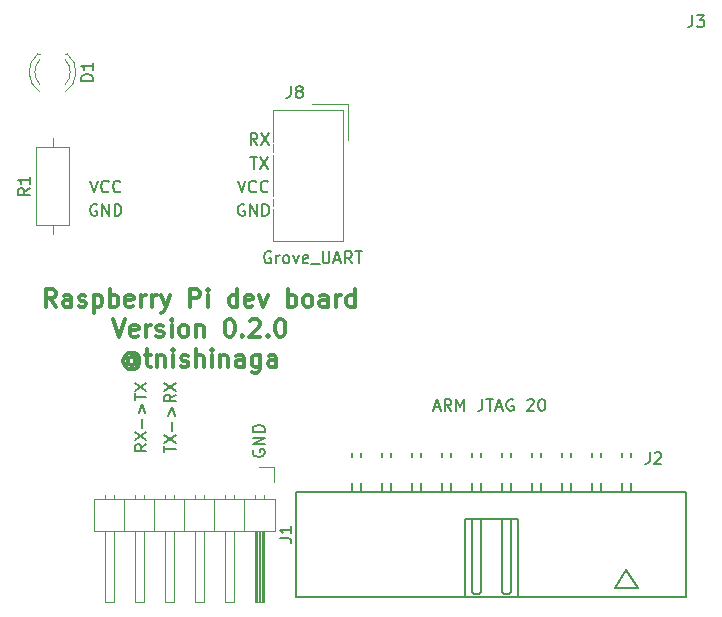
<source format=gto>
G04 #@! TF.GenerationSoftware,KiCad,Pcbnew,(5.1.8-0-10_14)*
G04 #@! TF.CreationDate,2021-07-18T19:28:35+09:00*
G04 #@! TF.ProjectId,raspi3_debug_board,72617370-6933-45f6-9465-6275675f626f,rev?*
G04 #@! TF.SameCoordinates,Original*
G04 #@! TF.FileFunction,Legend,Top*
G04 #@! TF.FilePolarity,Positive*
%FSLAX46Y46*%
G04 Gerber Fmt 4.6, Leading zero omitted, Abs format (unit mm)*
G04 Created by KiCad (PCBNEW (5.1.8-0-10_14)) date 2021-07-18 19:28:35*
%MOMM*%
%LPD*%
G01*
G04 APERTURE LIST*
%ADD10C,0.150000*%
%ADD11C,0.300000*%
%ADD12C,0.120000*%
G04 APERTURE END LIST*
D10*
X66285714Y-69166666D02*
X66761904Y-69166666D01*
X66190476Y-69452380D02*
X66523809Y-68452380D01*
X66857142Y-69452380D01*
X67761904Y-69452380D02*
X67428571Y-68976190D01*
X67190476Y-69452380D02*
X67190476Y-68452380D01*
X67571428Y-68452380D01*
X67666666Y-68500000D01*
X67714285Y-68547619D01*
X67761904Y-68642857D01*
X67761904Y-68785714D01*
X67714285Y-68880952D01*
X67666666Y-68928571D01*
X67571428Y-68976190D01*
X67190476Y-68976190D01*
X68190476Y-69452380D02*
X68190476Y-68452380D01*
X68523809Y-69166666D01*
X68857142Y-68452380D01*
X68857142Y-69452380D01*
X70380952Y-68452380D02*
X70380952Y-69166666D01*
X70333333Y-69309523D01*
X70238095Y-69404761D01*
X70095238Y-69452380D01*
X70000000Y-69452380D01*
X70714285Y-68452380D02*
X71285714Y-68452380D01*
X71000000Y-69452380D02*
X71000000Y-68452380D01*
X71571428Y-69166666D02*
X72047619Y-69166666D01*
X71476190Y-69452380D02*
X71809523Y-68452380D01*
X72142857Y-69452380D01*
X73000000Y-68500000D02*
X72904761Y-68452380D01*
X72761904Y-68452380D01*
X72619047Y-68500000D01*
X72523809Y-68595238D01*
X72476190Y-68690476D01*
X72428571Y-68880952D01*
X72428571Y-69023809D01*
X72476190Y-69214285D01*
X72523809Y-69309523D01*
X72619047Y-69404761D01*
X72761904Y-69452380D01*
X72857142Y-69452380D01*
X73000000Y-69404761D01*
X73047619Y-69357142D01*
X73047619Y-69023809D01*
X72857142Y-69023809D01*
X74190476Y-68547619D02*
X74238095Y-68500000D01*
X74333333Y-68452380D01*
X74571428Y-68452380D01*
X74666666Y-68500000D01*
X74714285Y-68547619D01*
X74761904Y-68642857D01*
X74761904Y-68738095D01*
X74714285Y-68880952D01*
X74142857Y-69452380D01*
X74761904Y-69452380D01*
X75380952Y-68452380D02*
X75476190Y-68452380D01*
X75571428Y-68500000D01*
X75619047Y-68547619D01*
X75666666Y-68642857D01*
X75714285Y-68833333D01*
X75714285Y-69071428D01*
X75666666Y-69261904D01*
X75619047Y-69357142D01*
X75571428Y-69404761D01*
X75476190Y-69452380D01*
X75380952Y-69452380D01*
X75285714Y-69404761D01*
X75238095Y-69357142D01*
X75190476Y-69261904D01*
X75142857Y-69071428D01*
X75142857Y-68833333D01*
X75190476Y-68642857D01*
X75238095Y-68547619D01*
X75285714Y-68500000D01*
X75380952Y-68452380D01*
X41952380Y-72261904D02*
X41476190Y-72595238D01*
X41952380Y-72833333D02*
X40952380Y-72833333D01*
X40952380Y-72452380D01*
X41000000Y-72357142D01*
X41047619Y-72309523D01*
X41142857Y-72261904D01*
X41285714Y-72261904D01*
X41380952Y-72309523D01*
X41428571Y-72357142D01*
X41476190Y-72452380D01*
X41476190Y-72833333D01*
X40952380Y-71928571D02*
X41952380Y-71261904D01*
X40952380Y-71261904D02*
X41952380Y-71928571D01*
X41571428Y-70880952D02*
X41571428Y-70119047D01*
X41285714Y-69642857D02*
X41571428Y-68880952D01*
X41857142Y-69642857D01*
X40952380Y-68547619D02*
X40952380Y-67976190D01*
X41952380Y-68261904D02*
X40952380Y-68261904D01*
X40952380Y-67738095D02*
X41952380Y-67071428D01*
X40952380Y-67071428D02*
X41952380Y-67738095D01*
X43452380Y-72976190D02*
X43452380Y-72404761D01*
X44452380Y-72690476D02*
X43452380Y-72690476D01*
X43452380Y-72166666D02*
X44452380Y-71500000D01*
X43452380Y-71500000D02*
X44452380Y-72166666D01*
X44071428Y-71119047D02*
X44071428Y-70357142D01*
X43785714Y-69880952D02*
X44071428Y-69119047D01*
X44357142Y-69880952D01*
X44452380Y-68071428D02*
X43976190Y-68404761D01*
X44452380Y-68642857D02*
X43452380Y-68642857D01*
X43452380Y-68261904D01*
X43500000Y-68166666D01*
X43547619Y-68119047D01*
X43642857Y-68071428D01*
X43785714Y-68071428D01*
X43880952Y-68119047D01*
X43928571Y-68166666D01*
X43976190Y-68261904D01*
X43976190Y-68642857D01*
X43452380Y-67738095D02*
X44452380Y-67071428D01*
X43452380Y-67071428D02*
X44452380Y-67738095D01*
X51000000Y-72761904D02*
X50952380Y-72857142D01*
X50952380Y-73000000D01*
X51000000Y-73142857D01*
X51095238Y-73238095D01*
X51190476Y-73285714D01*
X51380952Y-73333333D01*
X51523809Y-73333333D01*
X51714285Y-73285714D01*
X51809523Y-73238095D01*
X51904761Y-73142857D01*
X51952380Y-73000000D01*
X51952380Y-72904761D01*
X51904761Y-72761904D01*
X51857142Y-72714285D01*
X51523809Y-72714285D01*
X51523809Y-72904761D01*
X51952380Y-72285714D02*
X50952380Y-72285714D01*
X51952380Y-71714285D01*
X50952380Y-71714285D01*
X51952380Y-71238095D02*
X50952380Y-71238095D01*
X50952380Y-71000000D01*
X51000000Y-70857142D01*
X51095238Y-70761904D01*
X51190476Y-70714285D01*
X51380952Y-70666666D01*
X51523809Y-70666666D01*
X51714285Y-70714285D01*
X51809523Y-70761904D01*
X51904761Y-70857142D01*
X51952380Y-71000000D01*
X51952380Y-71238095D01*
D11*
X34285714Y-60628571D02*
X33785714Y-59914285D01*
X33428571Y-60628571D02*
X33428571Y-59128571D01*
X33999999Y-59128571D01*
X34142857Y-59200000D01*
X34214285Y-59271428D01*
X34285714Y-59414285D01*
X34285714Y-59628571D01*
X34214285Y-59771428D01*
X34142857Y-59842857D01*
X33999999Y-59914285D01*
X33428571Y-59914285D01*
X35571428Y-60628571D02*
X35571428Y-59842857D01*
X35499999Y-59700000D01*
X35357142Y-59628571D01*
X35071428Y-59628571D01*
X34928571Y-59700000D01*
X35571428Y-60557142D02*
X35428571Y-60628571D01*
X35071428Y-60628571D01*
X34928571Y-60557142D01*
X34857142Y-60414285D01*
X34857142Y-60271428D01*
X34928571Y-60128571D01*
X35071428Y-60057142D01*
X35428571Y-60057142D01*
X35571428Y-59985714D01*
X36214285Y-60557142D02*
X36357142Y-60628571D01*
X36642857Y-60628571D01*
X36785714Y-60557142D01*
X36857142Y-60414285D01*
X36857142Y-60342857D01*
X36785714Y-60200000D01*
X36642857Y-60128571D01*
X36428571Y-60128571D01*
X36285714Y-60057142D01*
X36214285Y-59914285D01*
X36214285Y-59842857D01*
X36285714Y-59700000D01*
X36428571Y-59628571D01*
X36642857Y-59628571D01*
X36785714Y-59700000D01*
X37499999Y-59628571D02*
X37499999Y-61128571D01*
X37499999Y-59700000D02*
X37642857Y-59628571D01*
X37928571Y-59628571D01*
X38071428Y-59700000D01*
X38142857Y-59771428D01*
X38214285Y-59914285D01*
X38214285Y-60342857D01*
X38142857Y-60485714D01*
X38071428Y-60557142D01*
X37928571Y-60628571D01*
X37642857Y-60628571D01*
X37499999Y-60557142D01*
X38857142Y-60628571D02*
X38857142Y-59128571D01*
X38857142Y-59700000D02*
X38999999Y-59628571D01*
X39285714Y-59628571D01*
X39428571Y-59700000D01*
X39499999Y-59771428D01*
X39571428Y-59914285D01*
X39571428Y-60342857D01*
X39499999Y-60485714D01*
X39428571Y-60557142D01*
X39285714Y-60628571D01*
X38999999Y-60628571D01*
X38857142Y-60557142D01*
X40785714Y-60557142D02*
X40642857Y-60628571D01*
X40357142Y-60628571D01*
X40214285Y-60557142D01*
X40142857Y-60414285D01*
X40142857Y-59842857D01*
X40214285Y-59700000D01*
X40357142Y-59628571D01*
X40642857Y-59628571D01*
X40785714Y-59700000D01*
X40857142Y-59842857D01*
X40857142Y-59985714D01*
X40142857Y-60128571D01*
X41499999Y-60628571D02*
X41499999Y-59628571D01*
X41499999Y-59914285D02*
X41571428Y-59771428D01*
X41642857Y-59700000D01*
X41785714Y-59628571D01*
X41928571Y-59628571D01*
X42428571Y-60628571D02*
X42428571Y-59628571D01*
X42428571Y-59914285D02*
X42500000Y-59771428D01*
X42571428Y-59700000D01*
X42714285Y-59628571D01*
X42857142Y-59628571D01*
X43214285Y-59628571D02*
X43571428Y-60628571D01*
X43928571Y-59628571D02*
X43571428Y-60628571D01*
X43428571Y-60985714D01*
X43357142Y-61057142D01*
X43214285Y-61128571D01*
X45642857Y-60628571D02*
X45642857Y-59128571D01*
X46214285Y-59128571D01*
X46357142Y-59200000D01*
X46428571Y-59271428D01*
X46499999Y-59414285D01*
X46499999Y-59628571D01*
X46428571Y-59771428D01*
X46357142Y-59842857D01*
X46214285Y-59914285D01*
X45642857Y-59914285D01*
X47142857Y-60628571D02*
X47142857Y-59628571D01*
X47142857Y-59128571D02*
X47071428Y-59200000D01*
X47142857Y-59271428D01*
X47214285Y-59200000D01*
X47142857Y-59128571D01*
X47142857Y-59271428D01*
X49642857Y-60628571D02*
X49642857Y-59128571D01*
X49642857Y-60557142D02*
X49499999Y-60628571D01*
X49214285Y-60628571D01*
X49071428Y-60557142D01*
X48999999Y-60485714D01*
X48928571Y-60342857D01*
X48928571Y-59914285D01*
X48999999Y-59771428D01*
X49071428Y-59700000D01*
X49214285Y-59628571D01*
X49499999Y-59628571D01*
X49642857Y-59700000D01*
X50928571Y-60557142D02*
X50785714Y-60628571D01*
X50500000Y-60628571D01*
X50357142Y-60557142D01*
X50285714Y-60414285D01*
X50285714Y-59842857D01*
X50357142Y-59700000D01*
X50500000Y-59628571D01*
X50785714Y-59628571D01*
X50928571Y-59700000D01*
X51000000Y-59842857D01*
X51000000Y-59985714D01*
X50285714Y-60128571D01*
X51500000Y-59628571D02*
X51857142Y-60628571D01*
X52214285Y-59628571D01*
X53928571Y-60628571D02*
X53928571Y-59128571D01*
X53928571Y-59700000D02*
X54071428Y-59628571D01*
X54357142Y-59628571D01*
X54500000Y-59700000D01*
X54571428Y-59771428D01*
X54642857Y-59914285D01*
X54642857Y-60342857D01*
X54571428Y-60485714D01*
X54500000Y-60557142D01*
X54357142Y-60628571D01*
X54071428Y-60628571D01*
X53928571Y-60557142D01*
X55500000Y-60628571D02*
X55357142Y-60557142D01*
X55285714Y-60485714D01*
X55214285Y-60342857D01*
X55214285Y-59914285D01*
X55285714Y-59771428D01*
X55357142Y-59700000D01*
X55500000Y-59628571D01*
X55714285Y-59628571D01*
X55857142Y-59700000D01*
X55928571Y-59771428D01*
X56000000Y-59914285D01*
X56000000Y-60342857D01*
X55928571Y-60485714D01*
X55857142Y-60557142D01*
X55714285Y-60628571D01*
X55500000Y-60628571D01*
X57285714Y-60628571D02*
X57285714Y-59842857D01*
X57214285Y-59700000D01*
X57071428Y-59628571D01*
X56785714Y-59628571D01*
X56642857Y-59700000D01*
X57285714Y-60557142D02*
X57142857Y-60628571D01*
X56785714Y-60628571D01*
X56642857Y-60557142D01*
X56571428Y-60414285D01*
X56571428Y-60271428D01*
X56642857Y-60128571D01*
X56785714Y-60057142D01*
X57142857Y-60057142D01*
X57285714Y-59985714D01*
X58000000Y-60628571D02*
X58000000Y-59628571D01*
X58000000Y-59914285D02*
X58071428Y-59771428D01*
X58142857Y-59700000D01*
X58285714Y-59628571D01*
X58428571Y-59628571D01*
X59571428Y-60628571D02*
X59571428Y-59128571D01*
X59571428Y-60557142D02*
X59428571Y-60628571D01*
X59142857Y-60628571D01*
X59000000Y-60557142D01*
X58928571Y-60485714D01*
X58857142Y-60342857D01*
X58857142Y-59914285D01*
X58928571Y-59771428D01*
X59000000Y-59700000D01*
X59142857Y-59628571D01*
X59428571Y-59628571D01*
X59571428Y-59700000D01*
X39142857Y-61678571D02*
X39642857Y-63178571D01*
X40142857Y-61678571D01*
X41214285Y-63107142D02*
X41071428Y-63178571D01*
X40785714Y-63178571D01*
X40642857Y-63107142D01*
X40571428Y-62964285D01*
X40571428Y-62392857D01*
X40642857Y-62250000D01*
X40785714Y-62178571D01*
X41071428Y-62178571D01*
X41214285Y-62250000D01*
X41285714Y-62392857D01*
X41285714Y-62535714D01*
X40571428Y-62678571D01*
X41928571Y-63178571D02*
X41928571Y-62178571D01*
X41928571Y-62464285D02*
X42000000Y-62321428D01*
X42071428Y-62250000D01*
X42214285Y-62178571D01*
X42357142Y-62178571D01*
X42785714Y-63107142D02*
X42928571Y-63178571D01*
X43214285Y-63178571D01*
X43357142Y-63107142D01*
X43428571Y-62964285D01*
X43428571Y-62892857D01*
X43357142Y-62750000D01*
X43214285Y-62678571D01*
X43000000Y-62678571D01*
X42857142Y-62607142D01*
X42785714Y-62464285D01*
X42785714Y-62392857D01*
X42857142Y-62250000D01*
X43000000Y-62178571D01*
X43214285Y-62178571D01*
X43357142Y-62250000D01*
X44071428Y-63178571D02*
X44071428Y-62178571D01*
X44071428Y-61678571D02*
X44000000Y-61750000D01*
X44071428Y-61821428D01*
X44142857Y-61750000D01*
X44071428Y-61678571D01*
X44071428Y-61821428D01*
X45000000Y-63178571D02*
X44857142Y-63107142D01*
X44785714Y-63035714D01*
X44714285Y-62892857D01*
X44714285Y-62464285D01*
X44785714Y-62321428D01*
X44857142Y-62250000D01*
X45000000Y-62178571D01*
X45214285Y-62178571D01*
X45357142Y-62250000D01*
X45428571Y-62321428D01*
X45500000Y-62464285D01*
X45500000Y-62892857D01*
X45428571Y-63035714D01*
X45357142Y-63107142D01*
X45214285Y-63178571D01*
X45000000Y-63178571D01*
X46142857Y-62178571D02*
X46142857Y-63178571D01*
X46142857Y-62321428D02*
X46214285Y-62250000D01*
X46357142Y-62178571D01*
X46571428Y-62178571D01*
X46714285Y-62250000D01*
X46785714Y-62392857D01*
X46785714Y-63178571D01*
X48928571Y-61678571D02*
X49071428Y-61678571D01*
X49214285Y-61750000D01*
X49285714Y-61821428D01*
X49357142Y-61964285D01*
X49428571Y-62250000D01*
X49428571Y-62607142D01*
X49357142Y-62892857D01*
X49285714Y-63035714D01*
X49214285Y-63107142D01*
X49071428Y-63178571D01*
X48928571Y-63178571D01*
X48785714Y-63107142D01*
X48714285Y-63035714D01*
X48642857Y-62892857D01*
X48571428Y-62607142D01*
X48571428Y-62250000D01*
X48642857Y-61964285D01*
X48714285Y-61821428D01*
X48785714Y-61750000D01*
X48928571Y-61678571D01*
X50071428Y-63035714D02*
X50142857Y-63107142D01*
X50071428Y-63178571D01*
X50000000Y-63107142D01*
X50071428Y-63035714D01*
X50071428Y-63178571D01*
X50714285Y-61821428D02*
X50785714Y-61750000D01*
X50928571Y-61678571D01*
X51285714Y-61678571D01*
X51428571Y-61750000D01*
X51500000Y-61821428D01*
X51571428Y-61964285D01*
X51571428Y-62107142D01*
X51500000Y-62321428D01*
X50642857Y-63178571D01*
X51571428Y-63178571D01*
X52214285Y-63035714D02*
X52285714Y-63107142D01*
X52214285Y-63178571D01*
X52142857Y-63107142D01*
X52214285Y-63035714D01*
X52214285Y-63178571D01*
X53214285Y-61678571D02*
X53357142Y-61678571D01*
X53500000Y-61750000D01*
X53571428Y-61821428D01*
X53642857Y-61964285D01*
X53714285Y-62250000D01*
X53714285Y-62607142D01*
X53642857Y-62892857D01*
X53571428Y-63035714D01*
X53500000Y-63107142D01*
X53357142Y-63178571D01*
X53214285Y-63178571D01*
X53071428Y-63107142D01*
X53000000Y-63035714D01*
X52928571Y-62892857D01*
X52857142Y-62607142D01*
X52857142Y-62250000D01*
X52928571Y-61964285D01*
X53000000Y-61821428D01*
X53071428Y-61750000D01*
X53214285Y-61678571D01*
X41000000Y-65014285D02*
X40928571Y-64942857D01*
X40785714Y-64871428D01*
X40642857Y-64871428D01*
X40500000Y-64942857D01*
X40428571Y-65014285D01*
X40357142Y-65157142D01*
X40357142Y-65300000D01*
X40428571Y-65442857D01*
X40500000Y-65514285D01*
X40642857Y-65585714D01*
X40785714Y-65585714D01*
X40928571Y-65514285D01*
X41000000Y-65442857D01*
X41000000Y-64871428D02*
X41000000Y-65442857D01*
X41071428Y-65514285D01*
X41142857Y-65514285D01*
X41285714Y-65442857D01*
X41357142Y-65300000D01*
X41357142Y-64942857D01*
X41214285Y-64728571D01*
X41000000Y-64585714D01*
X40714285Y-64514285D01*
X40428571Y-64585714D01*
X40214285Y-64728571D01*
X40071428Y-64942857D01*
X40000000Y-65228571D01*
X40071428Y-65514285D01*
X40214285Y-65728571D01*
X40428571Y-65871428D01*
X40714285Y-65942857D01*
X41000000Y-65871428D01*
X41214285Y-65728571D01*
X41785714Y-64728571D02*
X42357142Y-64728571D01*
X42000000Y-64228571D02*
X42000000Y-65514285D01*
X42071428Y-65657142D01*
X42214285Y-65728571D01*
X42357142Y-65728571D01*
X42857142Y-64728571D02*
X42857142Y-65728571D01*
X42857142Y-64871428D02*
X42928571Y-64800000D01*
X43071428Y-64728571D01*
X43285714Y-64728571D01*
X43428571Y-64800000D01*
X43500000Y-64942857D01*
X43500000Y-65728571D01*
X44214285Y-65728571D02*
X44214285Y-64728571D01*
X44214285Y-64228571D02*
X44142857Y-64300000D01*
X44214285Y-64371428D01*
X44285714Y-64300000D01*
X44214285Y-64228571D01*
X44214285Y-64371428D01*
X44857142Y-65657142D02*
X45000000Y-65728571D01*
X45285714Y-65728571D01*
X45428571Y-65657142D01*
X45500000Y-65514285D01*
X45500000Y-65442857D01*
X45428571Y-65300000D01*
X45285714Y-65228571D01*
X45071428Y-65228571D01*
X44928571Y-65157142D01*
X44857142Y-65014285D01*
X44857142Y-64942857D01*
X44928571Y-64800000D01*
X45071428Y-64728571D01*
X45285714Y-64728571D01*
X45428571Y-64800000D01*
X46142857Y-65728571D02*
X46142857Y-64228571D01*
X46785714Y-65728571D02*
X46785714Y-64942857D01*
X46714285Y-64800000D01*
X46571428Y-64728571D01*
X46357142Y-64728571D01*
X46214285Y-64800000D01*
X46142857Y-64871428D01*
X47500000Y-65728571D02*
X47500000Y-64728571D01*
X47500000Y-64228571D02*
X47428571Y-64300000D01*
X47500000Y-64371428D01*
X47571428Y-64300000D01*
X47500000Y-64228571D01*
X47500000Y-64371428D01*
X48214285Y-64728571D02*
X48214285Y-65728571D01*
X48214285Y-64871428D02*
X48285714Y-64800000D01*
X48428571Y-64728571D01*
X48642857Y-64728571D01*
X48785714Y-64800000D01*
X48857142Y-64942857D01*
X48857142Y-65728571D01*
X50214285Y-65728571D02*
X50214285Y-64942857D01*
X50142857Y-64800000D01*
X50000000Y-64728571D01*
X49714285Y-64728571D01*
X49571428Y-64800000D01*
X50214285Y-65657142D02*
X50071428Y-65728571D01*
X49714285Y-65728571D01*
X49571428Y-65657142D01*
X49500000Y-65514285D01*
X49500000Y-65371428D01*
X49571428Y-65228571D01*
X49714285Y-65157142D01*
X50071428Y-65157142D01*
X50214285Y-65085714D01*
X51571428Y-64728571D02*
X51571428Y-65942857D01*
X51500000Y-66085714D01*
X51428571Y-66157142D01*
X51285714Y-66228571D01*
X51071428Y-66228571D01*
X50928571Y-66157142D01*
X51571428Y-65657142D02*
X51428571Y-65728571D01*
X51142857Y-65728571D01*
X51000000Y-65657142D01*
X50928571Y-65585714D01*
X50857142Y-65442857D01*
X50857142Y-65014285D01*
X50928571Y-64871428D01*
X51000000Y-64800000D01*
X51142857Y-64728571D01*
X51428571Y-64728571D01*
X51571428Y-64800000D01*
X52928571Y-65728571D02*
X52928571Y-64942857D01*
X52857142Y-64800000D01*
X52714285Y-64728571D01*
X52428571Y-64728571D01*
X52285714Y-64800000D01*
X52928571Y-65657142D02*
X52785714Y-65728571D01*
X52428571Y-65728571D01*
X52285714Y-65657142D01*
X52214285Y-65514285D01*
X52214285Y-65371428D01*
X52285714Y-65228571D01*
X52428571Y-65157142D01*
X52785714Y-65157142D01*
X52928571Y-65085714D01*
D10*
X50238095Y-52000000D02*
X50142857Y-51952380D01*
X50000000Y-51952380D01*
X49857142Y-52000000D01*
X49761904Y-52095238D01*
X49714285Y-52190476D01*
X49666666Y-52380952D01*
X49666666Y-52523809D01*
X49714285Y-52714285D01*
X49761904Y-52809523D01*
X49857142Y-52904761D01*
X50000000Y-52952380D01*
X50095238Y-52952380D01*
X50238095Y-52904761D01*
X50285714Y-52857142D01*
X50285714Y-52523809D01*
X50095238Y-52523809D01*
X50714285Y-52952380D02*
X50714285Y-51952380D01*
X51285714Y-52952380D01*
X51285714Y-51952380D01*
X51761904Y-52952380D02*
X51761904Y-51952380D01*
X52000000Y-51952380D01*
X52142857Y-52000000D01*
X52238095Y-52095238D01*
X52285714Y-52190476D01*
X52333333Y-52380952D01*
X52333333Y-52523809D01*
X52285714Y-52714285D01*
X52238095Y-52809523D01*
X52142857Y-52904761D01*
X52000000Y-52952380D01*
X51761904Y-52952380D01*
X50738095Y-47952380D02*
X51309523Y-47952380D01*
X51023809Y-48952380D02*
X51023809Y-47952380D01*
X51547619Y-47952380D02*
X52214285Y-48952380D01*
X52214285Y-47952380D02*
X51547619Y-48952380D01*
X51333333Y-46952380D02*
X51000000Y-46476190D01*
X50761904Y-46952380D02*
X50761904Y-45952380D01*
X51142857Y-45952380D01*
X51238095Y-46000000D01*
X51285714Y-46047619D01*
X51333333Y-46142857D01*
X51333333Y-46285714D01*
X51285714Y-46380952D01*
X51238095Y-46428571D01*
X51142857Y-46476190D01*
X50761904Y-46476190D01*
X51666666Y-45952380D02*
X52333333Y-46952380D01*
X52333333Y-45952380D02*
X51666666Y-46952380D01*
X49666666Y-49952380D02*
X50000000Y-50952380D01*
X50333333Y-49952380D01*
X51238095Y-50857142D02*
X51190476Y-50904761D01*
X51047619Y-50952380D01*
X50952380Y-50952380D01*
X50809523Y-50904761D01*
X50714285Y-50809523D01*
X50666666Y-50714285D01*
X50619047Y-50523809D01*
X50619047Y-50380952D01*
X50666666Y-50190476D01*
X50714285Y-50095238D01*
X50809523Y-50000000D01*
X50952380Y-49952380D01*
X51047619Y-49952380D01*
X51190476Y-50000000D01*
X51238095Y-50047619D01*
X52238095Y-50857142D02*
X52190476Y-50904761D01*
X52047619Y-50952380D01*
X51952380Y-50952380D01*
X51809523Y-50904761D01*
X51714285Y-50809523D01*
X51666666Y-50714285D01*
X51619047Y-50523809D01*
X51619047Y-50380952D01*
X51666666Y-50190476D01*
X51714285Y-50095238D01*
X51809523Y-50000000D01*
X51952380Y-49952380D01*
X52047619Y-49952380D01*
X52190476Y-50000000D01*
X52238095Y-50047619D01*
X37738095Y-52000000D02*
X37642857Y-51952380D01*
X37500000Y-51952380D01*
X37357142Y-52000000D01*
X37261904Y-52095238D01*
X37214285Y-52190476D01*
X37166666Y-52380952D01*
X37166666Y-52523809D01*
X37214285Y-52714285D01*
X37261904Y-52809523D01*
X37357142Y-52904761D01*
X37500000Y-52952380D01*
X37595238Y-52952380D01*
X37738095Y-52904761D01*
X37785714Y-52857142D01*
X37785714Y-52523809D01*
X37595238Y-52523809D01*
X38214285Y-52952380D02*
X38214285Y-51952380D01*
X38785714Y-52952380D01*
X38785714Y-51952380D01*
X39261904Y-52952380D02*
X39261904Y-51952380D01*
X39500000Y-51952380D01*
X39642857Y-52000000D01*
X39738095Y-52095238D01*
X39785714Y-52190476D01*
X39833333Y-52380952D01*
X39833333Y-52523809D01*
X39785714Y-52714285D01*
X39738095Y-52809523D01*
X39642857Y-52904761D01*
X39500000Y-52952380D01*
X39261904Y-52952380D01*
X37166666Y-49952380D02*
X37500000Y-50952380D01*
X37833333Y-49952380D01*
X38738095Y-50857142D02*
X38690476Y-50904761D01*
X38547619Y-50952380D01*
X38452380Y-50952380D01*
X38309523Y-50904761D01*
X38214285Y-50809523D01*
X38166666Y-50714285D01*
X38119047Y-50523809D01*
X38119047Y-50380952D01*
X38166666Y-50190476D01*
X38214285Y-50095238D01*
X38309523Y-50000000D01*
X38452380Y-49952380D01*
X38547619Y-49952380D01*
X38690476Y-50000000D01*
X38738095Y-50047619D01*
X39738095Y-50857142D02*
X39690476Y-50904761D01*
X39547619Y-50952380D01*
X39452380Y-50952380D01*
X39309523Y-50904761D01*
X39214285Y-50809523D01*
X39166666Y-50714285D01*
X39119047Y-50523809D01*
X39119047Y-50380952D01*
X39166666Y-50190476D01*
X39214285Y-50095238D01*
X39309523Y-50000000D01*
X39452380Y-49952380D01*
X39547619Y-49952380D01*
X39690476Y-50000000D01*
X39738095Y-50047619D01*
D12*
X34000000Y-46380000D02*
X34000000Y-47150000D01*
X34000000Y-54460000D02*
X34000000Y-53690000D01*
X32630000Y-47150000D02*
X32630000Y-53690000D01*
X35370000Y-47150000D02*
X32630000Y-47150000D01*
X35370000Y-53690000D02*
X35370000Y-47150000D01*
X32630000Y-53690000D02*
X35370000Y-53690000D01*
X52770000Y-74230000D02*
X52770000Y-75500000D01*
X51500000Y-74230000D02*
X52770000Y-74230000D01*
X38420000Y-76542929D02*
X38420000Y-76940000D01*
X39180000Y-76542929D02*
X39180000Y-76940000D01*
X38420000Y-85600000D02*
X38420000Y-79600000D01*
X39180000Y-85600000D02*
X38420000Y-85600000D01*
X39180000Y-79600000D02*
X39180000Y-85600000D01*
X40070000Y-76940000D02*
X40070000Y-79600000D01*
X40960000Y-76542929D02*
X40960000Y-76940000D01*
X41720000Y-76542929D02*
X41720000Y-76940000D01*
X40960000Y-85600000D02*
X40960000Y-79600000D01*
X41720000Y-85600000D02*
X40960000Y-85600000D01*
X41720000Y-79600000D02*
X41720000Y-85600000D01*
X42610000Y-76940000D02*
X42610000Y-79600000D01*
X43500000Y-76542929D02*
X43500000Y-76940000D01*
X44260000Y-76542929D02*
X44260000Y-76940000D01*
X43500000Y-85600000D02*
X43500000Y-79600000D01*
X44260000Y-85600000D02*
X43500000Y-85600000D01*
X44260000Y-79600000D02*
X44260000Y-85600000D01*
X45150000Y-76940000D02*
X45150000Y-79600000D01*
X46040000Y-76542929D02*
X46040000Y-76940000D01*
X46800000Y-76542929D02*
X46800000Y-76940000D01*
X46040000Y-85600000D02*
X46040000Y-79600000D01*
X46800000Y-85600000D02*
X46040000Y-85600000D01*
X46800000Y-79600000D02*
X46800000Y-85600000D01*
X47690000Y-76940000D02*
X47690000Y-79600000D01*
X48580000Y-76542929D02*
X48580000Y-76940000D01*
X49340000Y-76542929D02*
X49340000Y-76940000D01*
X48580000Y-85600000D02*
X48580000Y-79600000D01*
X49340000Y-85600000D02*
X48580000Y-85600000D01*
X49340000Y-79600000D02*
X49340000Y-85600000D01*
X50230000Y-76940000D02*
X50230000Y-79600000D01*
X51120000Y-76610000D02*
X51120000Y-76940000D01*
X51880000Y-76610000D02*
X51880000Y-76940000D01*
X51220000Y-79600000D02*
X51220000Y-85600000D01*
X51340000Y-79600000D02*
X51340000Y-85600000D01*
X51460000Y-79600000D02*
X51460000Y-85600000D01*
X51580000Y-79600000D02*
X51580000Y-85600000D01*
X51700000Y-79600000D02*
X51700000Y-85600000D01*
X51820000Y-79600000D02*
X51820000Y-85600000D01*
X51120000Y-85600000D02*
X51120000Y-79600000D01*
X51880000Y-85600000D02*
X51120000Y-85600000D01*
X51880000Y-79600000D02*
X51880000Y-85600000D01*
X52830000Y-79600000D02*
X52830000Y-76940000D01*
X37470000Y-79600000D02*
X52830000Y-79600000D01*
X37470000Y-76940000D02*
X37470000Y-79600000D01*
X52830000Y-76940000D02*
X37470000Y-76940000D01*
X52700000Y-52400000D02*
X52700000Y-55050000D01*
X52700000Y-44000000D02*
X52700000Y-46650000D01*
X52700000Y-55050000D02*
X58550000Y-55050000D01*
X52700000Y-47750000D02*
X52700000Y-51250000D01*
X52700000Y-44000000D02*
X58550000Y-44000000D01*
X58550000Y-44000000D02*
X58550000Y-55050000D01*
X52700000Y-46900000D02*
X52700000Y-47500000D01*
X52700000Y-51500000D02*
X52700000Y-52100000D01*
X56000000Y-43500000D02*
X59000000Y-43500000D01*
X59000000Y-43500000D02*
X59000000Y-46500000D01*
D10*
X59320000Y-75600000D02*
X59320000Y-76300000D01*
X60120000Y-75600000D02*
X60120000Y-76300000D01*
X59320000Y-73060000D02*
X59320000Y-73400000D01*
X60120000Y-73060000D02*
X60120000Y-73400000D01*
X61860000Y-75600000D02*
X61860000Y-76300000D01*
X62660000Y-75600000D02*
X62660000Y-76300000D01*
X61860000Y-73060000D02*
X61860000Y-73400000D01*
X62660000Y-73060000D02*
X62660000Y-73400000D01*
X64400000Y-75600000D02*
X64400000Y-76300000D01*
X65200000Y-75600000D02*
X65200000Y-76300000D01*
X64400000Y-73060000D02*
X64400000Y-73400000D01*
X65200000Y-73060000D02*
X65200000Y-73400000D01*
X66940000Y-75600000D02*
X66940000Y-76300000D01*
X67740000Y-75600000D02*
X67740000Y-76300000D01*
X66940000Y-73060000D02*
X66940000Y-73400000D01*
X67740000Y-73060000D02*
X67740000Y-73400000D01*
X69480000Y-75600000D02*
X69480000Y-76300000D01*
X70280000Y-75600000D02*
X70280000Y-76300000D01*
X69480000Y-73060000D02*
X69480000Y-73400000D01*
X70280000Y-73060000D02*
X70280000Y-73400000D01*
X72020000Y-75600000D02*
X72020000Y-76300000D01*
X72820000Y-75600000D02*
X72820000Y-76300000D01*
X72020000Y-73060000D02*
X72020000Y-73400000D01*
X72820000Y-73060000D02*
X72820000Y-73400000D01*
X74560000Y-75600000D02*
X74560000Y-76300000D01*
X75360000Y-75600000D02*
X75360000Y-76300000D01*
X74560000Y-73060000D02*
X74560000Y-73400000D01*
X75360000Y-73060000D02*
X75360000Y-73400000D01*
X77100000Y-75600000D02*
X77100000Y-76300000D01*
X77900000Y-75600000D02*
X77900000Y-76300000D01*
X77100000Y-73060000D02*
X77100000Y-73400000D01*
X77900000Y-73060000D02*
X77900000Y-73400000D01*
X79640000Y-75600000D02*
X79640000Y-76300000D01*
X80440000Y-75600000D02*
X80440000Y-76300000D01*
X79640000Y-73060000D02*
X79640000Y-73400000D01*
X80440000Y-73060000D02*
X80440000Y-73400000D01*
X82180000Y-75600000D02*
X82180000Y-76300000D01*
X82980000Y-75600000D02*
X82980000Y-76300000D01*
X82180000Y-73060000D02*
X82180000Y-73400000D01*
X82980000Y-73060000D02*
X82980000Y-73400000D01*
X82580000Y-82960000D02*
X83580000Y-84460000D01*
X81580000Y-84460000D02*
X82580000Y-82960000D01*
X83580000Y-84460000D02*
X81580000Y-84460000D01*
X69480000Y-84800000D02*
X69480000Y-78600000D01*
X69680000Y-85000000D02*
X69480000Y-84800000D01*
X70080000Y-85000000D02*
X69680000Y-85000000D01*
X70280000Y-84800000D02*
X70080000Y-85000000D01*
X70280000Y-78600000D02*
X70280000Y-84800000D01*
X72020000Y-84800000D02*
X72020000Y-78600000D01*
X72220000Y-85000000D02*
X72020000Y-84800000D01*
X72620000Y-85000000D02*
X72220000Y-85000000D01*
X72820000Y-84800000D02*
X72620000Y-85000000D01*
X72820000Y-78600000D02*
X72820000Y-84800000D01*
X68925000Y-78600000D02*
X68925000Y-85200000D01*
X73375000Y-78600000D02*
X68925000Y-78600000D01*
X73375000Y-85200000D02*
X73375000Y-78600000D01*
X54650000Y-76300000D02*
X87650000Y-76300000D01*
X54650000Y-85200000D02*
X54650000Y-76300000D01*
X87650000Y-85200000D02*
X54650000Y-85200000D01*
X87650000Y-76300000D02*
X87650000Y-85200000D01*
D12*
X32920000Y-39210000D02*
X32764000Y-39210000D01*
X35236000Y-39210000D02*
X35080000Y-39210000D01*
X32920163Y-41811130D02*
G75*
G02*
X32920000Y-39729039I1079837J1041130D01*
G01*
X35079837Y-41811130D02*
G75*
G03*
X35080000Y-39729039I-1079837J1041130D01*
G01*
X32921392Y-42442335D02*
G75*
G02*
X32764484Y-39210000I1078608J1672335D01*
G01*
X35078608Y-42442335D02*
G75*
G03*
X35235516Y-39210000I-1078608J1672335D01*
G01*
D10*
X32082380Y-50586666D02*
X31606190Y-50920000D01*
X32082380Y-51158095D02*
X31082380Y-51158095D01*
X31082380Y-50777142D01*
X31130000Y-50681904D01*
X31177619Y-50634285D01*
X31272857Y-50586666D01*
X31415714Y-50586666D01*
X31510952Y-50634285D01*
X31558571Y-50681904D01*
X31606190Y-50777142D01*
X31606190Y-51158095D01*
X32082380Y-49634285D02*
X32082380Y-50205714D01*
X32082380Y-49920000D02*
X31082380Y-49920000D01*
X31225238Y-50015238D01*
X31320476Y-50110476D01*
X31368095Y-50205714D01*
X53222380Y-80218333D02*
X53936666Y-80218333D01*
X54079523Y-80265952D01*
X54174761Y-80361190D01*
X54222380Y-80504047D01*
X54222380Y-80599285D01*
X54222380Y-79218333D02*
X54222380Y-79789761D01*
X54222380Y-79504047D02*
X53222380Y-79504047D01*
X53365238Y-79599285D01*
X53460476Y-79694523D01*
X53508095Y-79789761D01*
X88166666Y-35952380D02*
X88166666Y-36666666D01*
X88119047Y-36809523D01*
X88023809Y-36904761D01*
X87880952Y-36952380D01*
X87785714Y-36952380D01*
X88547619Y-35952380D02*
X89166666Y-35952380D01*
X88833333Y-36333333D01*
X88976190Y-36333333D01*
X89071428Y-36380952D01*
X89119047Y-36428571D01*
X89166666Y-36523809D01*
X89166666Y-36761904D01*
X89119047Y-36857142D01*
X89071428Y-36904761D01*
X88976190Y-36952380D01*
X88690476Y-36952380D01*
X88595238Y-36904761D01*
X88547619Y-36857142D01*
X54166666Y-41952380D02*
X54166666Y-42666666D01*
X54119047Y-42809523D01*
X54023809Y-42904761D01*
X53880952Y-42952380D01*
X53785714Y-42952380D01*
X54785714Y-42380952D02*
X54690476Y-42333333D01*
X54642857Y-42285714D01*
X54595238Y-42190476D01*
X54595238Y-42142857D01*
X54642857Y-42047619D01*
X54690476Y-42000000D01*
X54785714Y-41952380D01*
X54976190Y-41952380D01*
X55071428Y-42000000D01*
X55119047Y-42047619D01*
X55166666Y-42142857D01*
X55166666Y-42190476D01*
X55119047Y-42285714D01*
X55071428Y-42333333D01*
X54976190Y-42380952D01*
X54785714Y-42380952D01*
X54690476Y-42428571D01*
X54642857Y-42476190D01*
X54595238Y-42571428D01*
X54595238Y-42761904D01*
X54642857Y-42857142D01*
X54690476Y-42904761D01*
X54785714Y-42952380D01*
X54976190Y-42952380D01*
X55071428Y-42904761D01*
X55119047Y-42857142D01*
X55166666Y-42761904D01*
X55166666Y-42571428D01*
X55119047Y-42476190D01*
X55071428Y-42428571D01*
X54976190Y-42380952D01*
X52476190Y-56000000D02*
X52380952Y-55952380D01*
X52238095Y-55952380D01*
X52095238Y-56000000D01*
X52000000Y-56095238D01*
X51952380Y-56190476D01*
X51904761Y-56380952D01*
X51904761Y-56523809D01*
X51952380Y-56714285D01*
X52000000Y-56809523D01*
X52095238Y-56904761D01*
X52238095Y-56952380D01*
X52333333Y-56952380D01*
X52476190Y-56904761D01*
X52523809Y-56857142D01*
X52523809Y-56523809D01*
X52333333Y-56523809D01*
X52952380Y-56952380D02*
X52952380Y-56285714D01*
X52952380Y-56476190D02*
X53000000Y-56380952D01*
X53047619Y-56333333D01*
X53142857Y-56285714D01*
X53238095Y-56285714D01*
X53714285Y-56952380D02*
X53619047Y-56904761D01*
X53571428Y-56857142D01*
X53523809Y-56761904D01*
X53523809Y-56476190D01*
X53571428Y-56380952D01*
X53619047Y-56333333D01*
X53714285Y-56285714D01*
X53857142Y-56285714D01*
X53952380Y-56333333D01*
X54000000Y-56380952D01*
X54047619Y-56476190D01*
X54047619Y-56761904D01*
X54000000Y-56857142D01*
X53952380Y-56904761D01*
X53857142Y-56952380D01*
X53714285Y-56952380D01*
X54380952Y-56285714D02*
X54619047Y-56952380D01*
X54857142Y-56285714D01*
X55619047Y-56904761D02*
X55523809Y-56952380D01*
X55333333Y-56952380D01*
X55238095Y-56904761D01*
X55190476Y-56809523D01*
X55190476Y-56428571D01*
X55238095Y-56333333D01*
X55333333Y-56285714D01*
X55523809Y-56285714D01*
X55619047Y-56333333D01*
X55666666Y-56428571D01*
X55666666Y-56523809D01*
X55190476Y-56619047D01*
X55857142Y-57047619D02*
X56619047Y-57047619D01*
X56857142Y-55952380D02*
X56857142Y-56761904D01*
X56904761Y-56857142D01*
X56952380Y-56904761D01*
X57047619Y-56952380D01*
X57238095Y-56952380D01*
X57333333Y-56904761D01*
X57380952Y-56857142D01*
X57428571Y-56761904D01*
X57428571Y-55952380D01*
X57857142Y-56666666D02*
X58333333Y-56666666D01*
X57761904Y-56952380D02*
X58095238Y-55952380D01*
X58428571Y-56952380D01*
X59333333Y-56952380D02*
X59000000Y-56476190D01*
X58761904Y-56952380D02*
X58761904Y-55952380D01*
X59142857Y-55952380D01*
X59238095Y-56000000D01*
X59285714Y-56047619D01*
X59333333Y-56142857D01*
X59333333Y-56285714D01*
X59285714Y-56380952D01*
X59238095Y-56428571D01*
X59142857Y-56476190D01*
X58761904Y-56476190D01*
X59619047Y-55952380D02*
X60190476Y-55952380D01*
X59904761Y-56952380D02*
X59904761Y-55952380D01*
X84546666Y-72952380D02*
X84546666Y-73666666D01*
X84499047Y-73809523D01*
X84403809Y-73904761D01*
X84260952Y-73952380D01*
X84165714Y-73952380D01*
X84975238Y-73047619D02*
X85022857Y-73000000D01*
X85118095Y-72952380D01*
X85356190Y-72952380D01*
X85451428Y-73000000D01*
X85499047Y-73047619D01*
X85546666Y-73142857D01*
X85546666Y-73238095D01*
X85499047Y-73380952D01*
X84927619Y-73952380D01*
X85546666Y-73952380D01*
X37412380Y-41508095D02*
X36412380Y-41508095D01*
X36412380Y-41270000D01*
X36460000Y-41127142D01*
X36555238Y-41031904D01*
X36650476Y-40984285D01*
X36840952Y-40936666D01*
X36983809Y-40936666D01*
X37174285Y-40984285D01*
X37269523Y-41031904D01*
X37364761Y-41127142D01*
X37412380Y-41270000D01*
X37412380Y-41508095D01*
X37412380Y-39984285D02*
X37412380Y-40555714D01*
X37412380Y-40270000D02*
X36412380Y-40270000D01*
X36555238Y-40365238D01*
X36650476Y-40460476D01*
X36698095Y-40555714D01*
M02*

</source>
